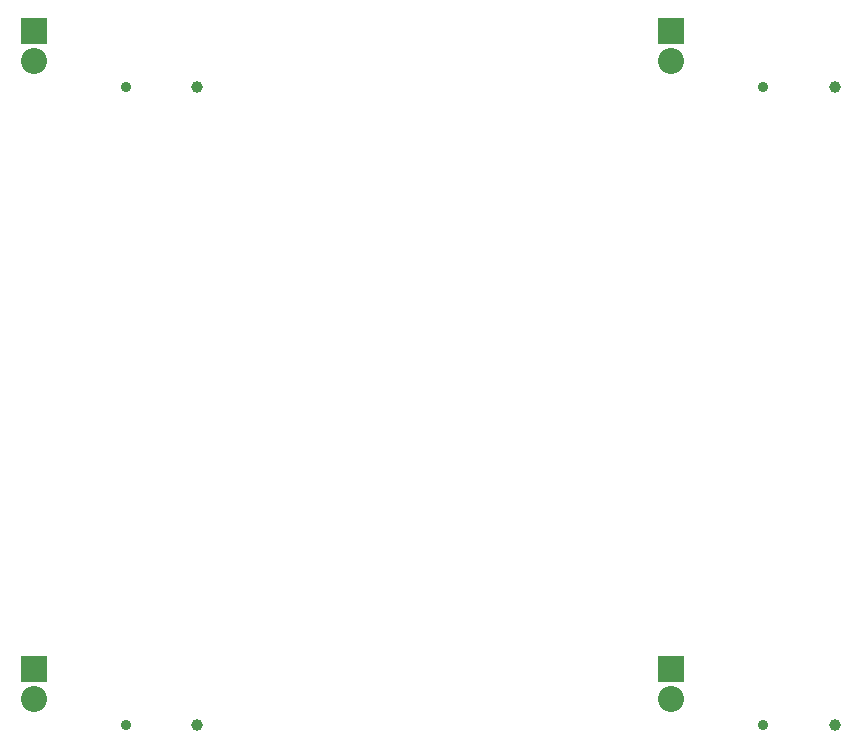
<source format=gbs>
G04 Layer_Color=16711935*
%FSLAX25Y25*%
%MOIN*%
G70*
G01*
G75*
%ADD19C,0.03556*%
%ADD21C,0.08674*%
%ADD22R,0.08674X0.08674*%
%ADD23C,0.03950*%
D19*
X255906Y148130D02*
D03*
Y360728D02*
D03*
X43307D02*
D03*
Y148130D02*
D03*
D21*
X225197Y156929D02*
D03*
Y369528D02*
D03*
X12598D02*
D03*
Y156929D02*
D03*
D22*
X225197Y166929D02*
D03*
Y379528D02*
D03*
X12598D02*
D03*
Y166929D02*
D03*
D23*
X279626Y148130D02*
D03*
Y360728D02*
D03*
X67028D02*
D03*
Y148130D02*
D03*
M02*

</source>
